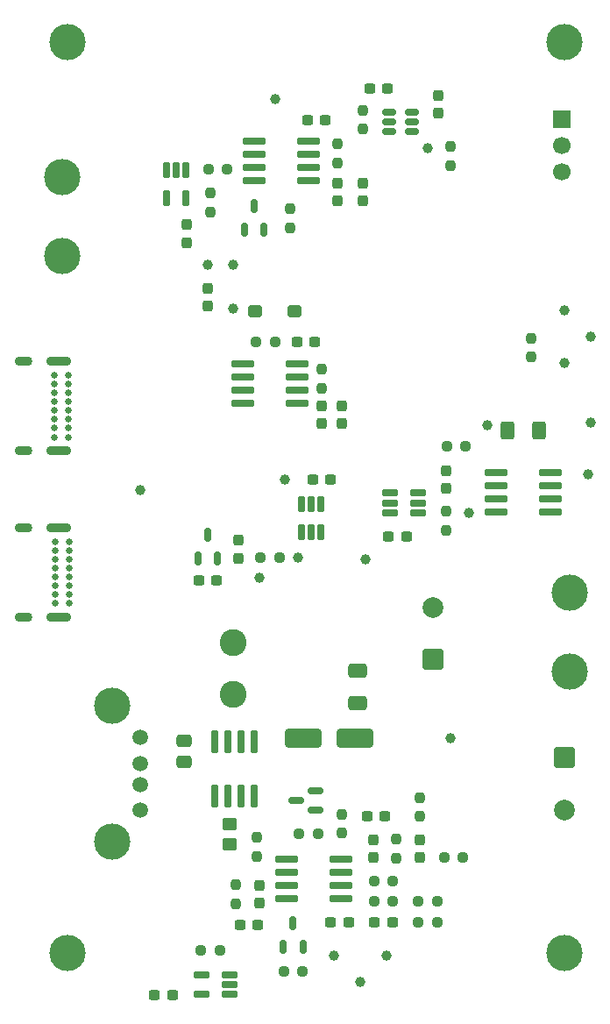
<source format=gbr>
%TF.GenerationSoftware,KiCad,Pcbnew,9.0.4*%
%TF.CreationDate,2025-09-04T23:05:58-07:00*%
%TF.ProjectId,PiTrac Pi Connector,50695472-6163-4205-9069-20436f6e6e65,rev?*%
%TF.SameCoordinates,Original*%
%TF.FileFunction,Soldermask,Top*%
%TF.FilePolarity,Negative*%
%FSLAX46Y46*%
G04 Gerber Fmt 4.6, Leading zero omitted, Abs format (unit mm)*
G04 Created by KiCad (PCBNEW 9.0.4) date 2025-09-04 23:05:58*
%MOMM*%
%LPD*%
G01*
G04 APERTURE LIST*
G04 Aperture macros list*
%AMRoundRect*
0 Rectangle with rounded corners*
0 $1 Rounding radius*
0 $2 $3 $4 $5 $6 $7 $8 $9 X,Y pos of 4 corners*
0 Add a 4 corners polygon primitive as box body*
4,1,4,$2,$3,$4,$5,$6,$7,$8,$9,$2,$3,0*
0 Add four circle primitives for the rounded corners*
1,1,$1+$1,$2,$3*
1,1,$1+$1,$4,$5*
1,1,$1+$1,$6,$7*
1,1,$1+$1,$8,$9*
0 Add four rect primitives between the rounded corners*
20,1,$1+$1,$2,$3,$4,$5,0*
20,1,$1+$1,$4,$5,$6,$7,0*
20,1,$1+$1,$6,$7,$8,$9,0*
20,1,$1+$1,$8,$9,$2,$3,0*%
G04 Aperture macros list end*
%ADD10C,3.500000*%
%ADD11RoundRect,0.162500X-0.162500X0.617500X-0.162500X-0.617500X0.162500X-0.617500X0.162500X0.617500X0*%
%ADD12C,0.654000*%
%ADD13O,2.400000X0.900000*%
%ADD14O,1.700000X0.900000*%
%ADD15RoundRect,0.150000X0.587500X0.150000X-0.587500X0.150000X-0.587500X-0.150000X0.587500X-0.150000X0*%
%ADD16RoundRect,0.237500X-0.237500X0.300000X-0.237500X-0.300000X0.237500X-0.300000X0.237500X0.300000X0*%
%ADD17C,1.000000*%
%ADD18RoundRect,0.237500X0.300000X0.237500X-0.300000X0.237500X-0.300000X-0.237500X0.300000X-0.237500X0*%
%ADD19C,2.600000*%
%ADD20RoundRect,0.237500X0.237500X-0.300000X0.237500X0.300000X-0.237500X0.300000X-0.237500X-0.300000X0*%
%ADD21RoundRect,0.250000X-0.475000X0.337500X-0.475000X-0.337500X0.475000X-0.337500X0.475000X0.337500X0*%
%ADD22RoundRect,0.237500X-0.250000X-0.237500X0.250000X-0.237500X0.250000X0.237500X-0.250000X0.237500X0*%
%ADD23RoundRect,0.237500X0.237500X-0.250000X0.237500X0.250000X-0.237500X0.250000X-0.237500X-0.250000X0*%
%ADD24RoundRect,0.237500X-0.237500X0.250000X-0.237500X-0.250000X0.237500X-0.250000X0.237500X0.250000X0*%
%ADD25RoundRect,0.250000X-0.750000X0.750000X-0.750000X-0.750000X0.750000X-0.750000X0.750000X0.750000X0*%
%ADD26C,2.000000*%
%ADD27RoundRect,0.237500X0.250000X0.237500X-0.250000X0.237500X-0.250000X-0.237500X0.250000X-0.237500X0*%
%ADD28RoundRect,0.150000X-0.512500X-0.150000X0.512500X-0.150000X0.512500X0.150000X-0.512500X0.150000X0*%
%ADD29RoundRect,0.150000X0.150000X-0.975000X0.150000X0.975000X-0.150000X0.975000X-0.150000X-0.975000X0*%
%ADD30RoundRect,0.150000X0.150000X-0.512500X0.150000X0.512500X-0.150000X0.512500X-0.150000X-0.512500X0*%
%ADD31RoundRect,0.237500X-0.300000X-0.237500X0.300000X-0.237500X0.300000X0.237500X-0.300000X0.237500X0*%
%ADD32RoundRect,0.300000X0.400000X0.300000X-0.400000X0.300000X-0.400000X-0.300000X0.400000X-0.300000X0*%
%ADD33RoundRect,0.250000X0.450000X-0.350000X0.450000X0.350000X-0.450000X0.350000X-0.450000X-0.350000X0*%
%ADD34C,1.500000*%
%ADD35RoundRect,0.250000X0.650000X-0.412500X0.650000X0.412500X-0.650000X0.412500X-0.650000X-0.412500X0*%
%ADD36RoundRect,0.150000X-0.975000X-0.150000X0.975000X-0.150000X0.975000X0.150000X-0.975000X0.150000X0*%
%ADD37RoundRect,0.162500X0.617500X0.162500X-0.617500X0.162500X-0.617500X-0.162500X0.617500X-0.162500X0*%
%ADD38RoundRect,0.250000X0.750000X-0.750000X0.750000X0.750000X-0.750000X0.750000X-0.750000X-0.750000X0*%
%ADD39RoundRect,0.150000X0.975000X0.150000X-0.975000X0.150000X-0.975000X-0.150000X0.975000X-0.150000X0*%
%ADD40RoundRect,0.250000X-0.400000X-0.625000X0.400000X-0.625000X0.400000X0.625000X-0.400000X0.625000X0*%
%ADD41R,1.700000X1.700000*%
%ADD42C,1.700000*%
%ADD43RoundRect,0.250000X1.500000X0.650000X-1.500000X0.650000X-1.500000X-0.650000X1.500000X-0.650000X0*%
%ADD44RoundRect,0.162500X0.162500X-0.617500X0.162500X0.617500X-0.162500X0.617500X-0.162500X-0.617500X0*%
G04 APERTURE END LIST*
D10*
%TO.C,H2*%
X148000000Y-50500000D03*
%TD*%
D11*
%TO.C,U7*%
X111400000Y-62900000D03*
X110450000Y-62900000D03*
X109500000Y-62900000D03*
X109500000Y-65600000D03*
X111400000Y-65600000D03*
%TD*%
D12*
%TO.C,J4*%
X100060000Y-82700000D03*
X100060000Y-83550000D03*
X100060000Y-84400000D03*
X100060000Y-85250000D03*
X100060000Y-86100000D03*
X100060000Y-86950000D03*
X100060000Y-87800000D03*
X100060000Y-88650000D03*
X98710000Y-88650000D03*
X98710000Y-87800000D03*
X98710000Y-86950000D03*
X98710000Y-86100000D03*
X98710000Y-85250000D03*
X98710000Y-84400000D03*
X98710000Y-83550000D03*
X98710000Y-82700000D03*
D13*
X99080000Y-81350000D03*
X99080000Y-90000000D03*
D14*
X95700000Y-81350000D03*
X95700000Y-90000000D03*
%TD*%
D15*
%TO.C,Q5*%
X123937500Y-124700000D03*
X123937500Y-122800000D03*
X122062500Y-123750000D03*
%TD*%
D10*
%TO.C,H3*%
X148000000Y-138500000D03*
%TD*%
D16*
%TO.C,C23*%
X134000000Y-127525000D03*
X134000000Y-129250000D03*
%TD*%
D17*
%TO.C,TP13*%
X138750000Y-96000000D03*
%TD*%
D16*
%TO.C,C3*%
X128500000Y-64137500D03*
X128500000Y-65862500D03*
%TD*%
D17*
%TO.C,TP6*%
X150250000Y-92250000D03*
%TD*%
D18*
%TO.C,C27*%
X130862500Y-55000000D03*
X129137500Y-55000000D03*
%TD*%
D10*
%TO.C,H4*%
X100000000Y-138500000D03*
%TD*%
D19*
%TO.C,L1*%
X115980000Y-108500000D03*
X115980000Y-113500000D03*
%TD*%
D17*
%TO.C,TP14*%
X118500000Y-102250000D03*
%TD*%
D20*
%TO.C,C11*%
X116500000Y-100362500D03*
X116500000Y-98637500D03*
%TD*%
D17*
%TO.C,RV2*%
X147960000Y-76420000D03*
X150500000Y-78960000D03*
X147960000Y-81500000D03*
%TD*%
D20*
%TO.C,C26*%
X135750000Y-57362500D03*
X135750000Y-55637500D03*
%TD*%
D21*
%TO.C,C18*%
X111250000Y-117962500D03*
X111250000Y-120037500D03*
%TD*%
D22*
%TO.C,R15*%
X129587500Y-131500000D03*
X131412500Y-131500000D03*
%TD*%
D23*
%TO.C,R9*%
X136500000Y-97662500D03*
X136500000Y-95837500D03*
%TD*%
D24*
%TO.C,R4*%
X124500000Y-82087500D03*
X124500000Y-83912500D03*
%TD*%
D16*
%TO.C,C7*%
X126500000Y-85637500D03*
X126500000Y-87362500D03*
%TD*%
D20*
%TO.C,C22*%
X129500000Y-129250000D03*
X129500000Y-127525000D03*
%TD*%
D25*
%TO.C,C17*%
X148000000Y-119632323D03*
D26*
X148000000Y-124632323D03*
%TD*%
D23*
%TO.C,R12*%
X116250000Y-133705000D03*
X116250000Y-131880000D03*
%TD*%
D27*
%TO.C,R27*%
X135662500Y-135500000D03*
X133837500Y-135500000D03*
%TD*%
D28*
%TO.C,U10*%
X131000000Y-57250000D03*
X131000000Y-58200000D03*
X131000000Y-59150000D03*
X133275000Y-59150000D03*
X133275000Y-58200000D03*
X133275000Y-57250000D03*
%TD*%
D17*
%TO.C,TP10*%
X120000000Y-56000000D03*
%TD*%
D18*
%TO.C,C16*%
X118362500Y-135750000D03*
X116637500Y-135750000D03*
%TD*%
D22*
%TO.C,R6*%
X118587500Y-100250000D03*
X120412500Y-100250000D03*
%TD*%
D29*
%TO.C,Q4*%
X114210000Y-123350000D03*
X115480000Y-123350000D03*
X116750000Y-123350000D03*
X118020000Y-123350000D03*
X118020000Y-118100000D03*
X116750000Y-118100000D03*
X115480000Y-118100000D03*
X114210000Y-118100000D03*
%TD*%
D30*
%TO.C,Q3*%
X120800000Y-137887500D03*
X122700000Y-137887500D03*
X121750000Y-135612500D03*
%TD*%
D31*
%TO.C,C21*%
X128887500Y-125250000D03*
X130612500Y-125250000D03*
%TD*%
D32*
%TO.C,D1*%
X121900000Y-76500000D03*
X118100000Y-76500000D03*
%TD*%
D10*
%TO.C,J1*%
X99460000Y-63560000D03*
X99460000Y-71180000D03*
%TD*%
D24*
%TO.C,R24*%
X137000000Y-60587500D03*
X137000000Y-62412500D03*
%TD*%
D33*
%TO.C,R11*%
X115615000Y-128000000D03*
X115615000Y-126000000D03*
%TD*%
D17*
%TO.C,TP4*%
X150500000Y-87250000D03*
%TD*%
D18*
%TO.C,Z1*%
X131362500Y-135500000D03*
X129637500Y-135500000D03*
%TD*%
D23*
%TO.C,R21*%
X126500000Y-126912500D03*
X126500000Y-125087500D03*
%TD*%
D16*
%TO.C,C1*%
X126000000Y-64137500D03*
X126000000Y-65862500D03*
%TD*%
D22*
%TO.C,R23*%
X112837500Y-138250000D03*
X114662500Y-138250000D03*
%TD*%
D31*
%TO.C,C5*%
X122137500Y-79500000D03*
X123862500Y-79500000D03*
%TD*%
D22*
%TO.C,R14*%
X120837500Y-140250000D03*
X122662500Y-140250000D03*
%TD*%
D23*
%TO.C,R20*%
X113750000Y-66912500D03*
X113750000Y-65087500D03*
%TD*%
D30*
%TO.C,Q1*%
X117050000Y-68637500D03*
X118950000Y-68637500D03*
X118000000Y-66362500D03*
%TD*%
D22*
%TO.C,R22*%
X136337500Y-129250000D03*
X138162500Y-129250000D03*
%TD*%
D16*
%TO.C,C15*%
X118525000Y-131930000D03*
X118525000Y-133655000D03*
%TD*%
D17*
%TO.C,TP12*%
X140500000Y-87500000D03*
%TD*%
D12*
%TO.C,J3*%
X100100000Y-98775000D03*
X100100000Y-99625000D03*
X100100000Y-100475000D03*
X100100000Y-101325000D03*
X100100000Y-102175000D03*
X100100000Y-103025000D03*
X100100000Y-103875000D03*
X100100000Y-104725000D03*
X98750000Y-104725000D03*
X98750000Y-103875000D03*
X98750000Y-103025000D03*
X98750000Y-102175000D03*
X98750000Y-101325000D03*
X98750000Y-100475000D03*
X98750000Y-99625000D03*
X98750000Y-98775000D03*
D13*
X99120000Y-97425000D03*
X99120000Y-106075000D03*
D14*
X95740000Y-97425000D03*
X95740000Y-106075000D03*
%TD*%
D22*
%TO.C,R26*%
X133837500Y-133500000D03*
X135662500Y-133500000D03*
%TD*%
D31*
%TO.C,C20*%
X125387500Y-135500000D03*
X127112500Y-135500000D03*
%TD*%
D16*
%TO.C,C4*%
X113500000Y-74275000D03*
X113500000Y-76000000D03*
%TD*%
D17*
%TO.C,TP9*%
X113500000Y-72000000D03*
%TD*%
D34*
%TO.C,J6*%
X106960000Y-117680000D03*
X106960000Y-120180000D03*
X106960000Y-122180000D03*
X106960000Y-124680000D03*
D10*
X104250000Y-114610000D03*
X104250000Y-127750000D03*
%TD*%
D23*
%TO.C,R13*%
X131750000Y-129300000D03*
X131750000Y-127475000D03*
%TD*%
D10*
%TO.C,J2*%
X148500000Y-111260000D03*
X148500000Y-103640000D03*
%TD*%
D35*
%TO.C,C19*%
X128000000Y-114312500D03*
X128000000Y-111187500D03*
%TD*%
D16*
%TO.C,C13*%
X136500000Y-91887500D03*
X136500000Y-93612500D03*
%TD*%
D36*
%TO.C,Q2*%
X141375000Y-92095000D03*
X141375000Y-93365000D03*
X141375000Y-94635000D03*
X141375000Y-95905000D03*
X146625000Y-95905000D03*
X146625000Y-94635000D03*
X146625000Y-93365000D03*
X146625000Y-92095000D03*
%TD*%
D37*
%TO.C,U3*%
X133850000Y-95950000D03*
X133850000Y-95000000D03*
X133850000Y-94050000D03*
X131150000Y-94050000D03*
X131150000Y-95000000D03*
X131150000Y-95950000D03*
%TD*%
D30*
%TO.C,U2*%
X112550000Y-100387500D03*
X114450000Y-100387500D03*
X113500000Y-98112500D03*
%TD*%
D23*
%TO.C,R7*%
X144750000Y-80912500D03*
X144750000Y-79087500D03*
%TD*%
D38*
%TO.C,C24*%
X135250000Y-110117677D03*
D26*
X135250000Y-105117677D03*
%TD*%
D17*
%TO.C,TP11*%
X122250000Y-100250000D03*
%TD*%
D27*
%TO.C,R8*%
X138412500Y-89500000D03*
X136587500Y-89500000D03*
%TD*%
%TO.C,R17*%
X124162500Y-127000000D03*
X122337500Y-127000000D03*
%TD*%
D36*
%TO.C,U6*%
X118025000Y-60095000D03*
X118025000Y-61365000D03*
X118025000Y-62635000D03*
X118025000Y-63905000D03*
X123275000Y-63905000D03*
X123275000Y-62635000D03*
X123275000Y-61365000D03*
X123275000Y-60095000D03*
%TD*%
D31*
%TO.C,C2*%
X123137500Y-58000000D03*
X124862500Y-58000000D03*
%TD*%
D18*
%TO.C,C25*%
X110112500Y-142500000D03*
X108387500Y-142500000D03*
%TD*%
D23*
%TO.C,R10*%
X118250000Y-129162500D03*
X118250000Y-127337500D03*
%TD*%
D39*
%TO.C,U1*%
X126400000Y-133197500D03*
X126400000Y-131927500D03*
X126400000Y-130657500D03*
X126400000Y-129387500D03*
X121150000Y-129387500D03*
X121150000Y-130657500D03*
X121150000Y-131927500D03*
X121150000Y-133197500D03*
%TD*%
D23*
%TO.C,R18*%
X134000000Y-125300000D03*
X134000000Y-123475000D03*
%TD*%
D40*
%TO.C,R5*%
X142450000Y-88000000D03*
X145550000Y-88000000D03*
%TD*%
D37*
%TO.C,U9*%
X115600000Y-142450000D03*
X115600000Y-141500000D03*
X115600000Y-140550000D03*
X112900000Y-140550000D03*
X112900000Y-142450000D03*
%TD*%
D17*
%TO.C,TP1*%
X121000000Y-92750000D03*
%TD*%
%TO.C,TP15*%
X128750000Y-100500000D03*
%TD*%
D23*
%TO.C,R25*%
X128500000Y-58912500D03*
X128500000Y-57087500D03*
%TD*%
D41*
%TO.C,J7*%
X147750000Y-57920000D03*
D42*
X147750000Y-60460000D03*
X147750000Y-63000000D03*
%TD*%
D10*
%TO.C,H1*%
X100000000Y-50500000D03*
%TD*%
D17*
%TO.C,TP2*%
X134750000Y-60750000D03*
%TD*%
D36*
%TO.C,U8*%
X116875000Y-81595000D03*
X116875000Y-82865000D03*
X116875000Y-84135000D03*
X116875000Y-85405000D03*
X122125000Y-85405000D03*
X122125000Y-84135000D03*
X122125000Y-82865000D03*
X122125000Y-81595000D03*
%TD*%
D17*
%TO.C,TP5*%
X137000000Y-117750000D03*
%TD*%
D16*
%TO.C,C9*%
X111500000Y-68137500D03*
X111500000Y-69862500D03*
%TD*%
D27*
%TO.C,R19*%
X115412500Y-62750000D03*
X113587500Y-62750000D03*
%TD*%
D17*
%TO.C,TP8*%
X116000000Y-76250000D03*
%TD*%
D23*
%TO.C,R2*%
X121500000Y-68412500D03*
X121500000Y-66587500D03*
%TD*%
D43*
%TO.C,D2*%
X127750000Y-117750000D03*
X122750000Y-117750000D03*
%TD*%
D27*
%TO.C,R3*%
X120000000Y-79500000D03*
X118175000Y-79500000D03*
%TD*%
D17*
%TO.C,RV1*%
X130790000Y-138710000D03*
X128250000Y-141250000D03*
X125710000Y-138710000D03*
%TD*%
D31*
%TO.C,C14*%
X123637500Y-92750000D03*
X125362500Y-92750000D03*
%TD*%
D16*
%TO.C,C6*%
X124500000Y-85637500D03*
X124500000Y-87362500D03*
%TD*%
D31*
%TO.C,C10*%
X112637500Y-102500000D03*
X114362500Y-102500000D03*
%TD*%
%TO.C,C12*%
X130987500Y-98250000D03*
X132712500Y-98250000D03*
%TD*%
D44*
%TO.C,U4*%
X122550000Y-97850000D03*
X123500000Y-97850000D03*
X124450000Y-97850000D03*
X124450000Y-95150000D03*
X123500000Y-95150000D03*
X122550000Y-95150000D03*
%TD*%
D17*
%TO.C,TP7*%
X116000000Y-72000000D03*
%TD*%
D27*
%TO.C,R16*%
X131412500Y-133500000D03*
X129587500Y-133500000D03*
%TD*%
D17*
%TO.C,TP3*%
X107000000Y-93750000D03*
%TD*%
D24*
%TO.C,R1*%
X126000000Y-60337500D03*
X126000000Y-62162500D03*
%TD*%
M02*

</source>
